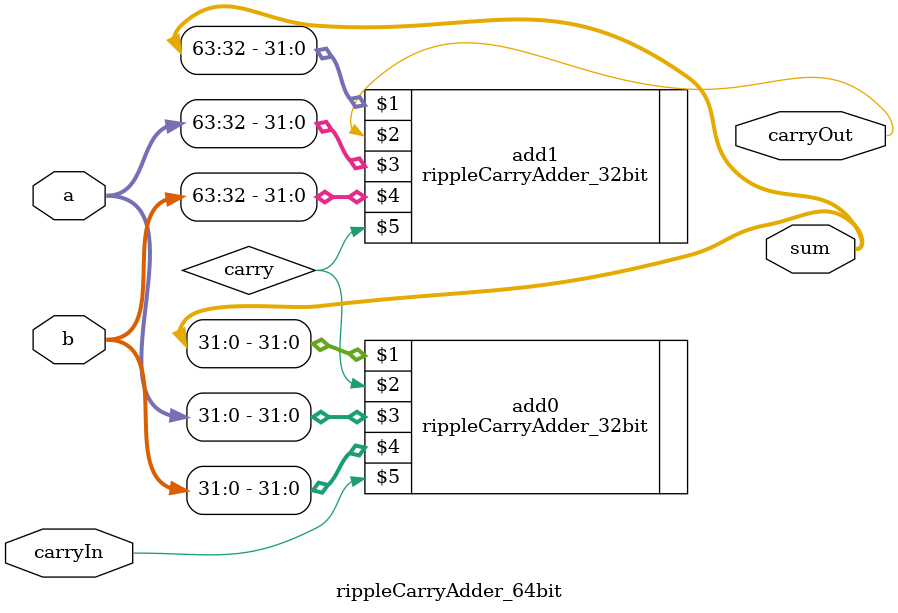
<source format=v>
/*
 * Assignment	  : 1
 * Problem No.	: 1
 * Semester		  : Autumn 2021
 * Group 		    : 46
 * Name1 		    : Neha Dalmia
 * RollNumber1 	: 19CS30055
 * Name2 		    : Rajat Bachhawat
 * RollNumber2 	: 19CS10073
 */

`timescale 1ns / 1ps

// Ripple carry adder (64-bit) implementation (using two 32-bit RCA)
module rippleCarryAdder_64bit (
  output[63:0] sum,	// 64 bit output sum
  output carryOut,	// most significant carry bit
  input[63:0] a,	// 64 bit input a
  input[63:0] b,	// 64 bit input b
  input carryIn	// carryIn
  );
  
  wire carry;		// wire to store the intermediate carry 
  	
  /* 
  Logic
  We use two 32-bit RCAs to make a 64-bit RCA.
  Rightmost 32 input bits and input carry are passed on to RCA #1.
  The carry generated from RCA #1 is passed on to RCA #2 along with the leftmost 32 input bits.
  */
  
  rippleCarryAdder_32bit add0 (sum[31:0], carry, a[31:0], b[31:0], carryIn);        //0 to 31st bits of the inputs added, carry generated for next 32 bits
  rippleCarryAdder_32bit add1 (sum[63:32], carryOut, a[63:32], b[63:32], carry);    // carry generated previosuly passed as input carry,  32nd to 63rd bits of the inputs added. Final otuput carry generated.
  
endmodule // rippleCarryAdder_64bit
</source>
